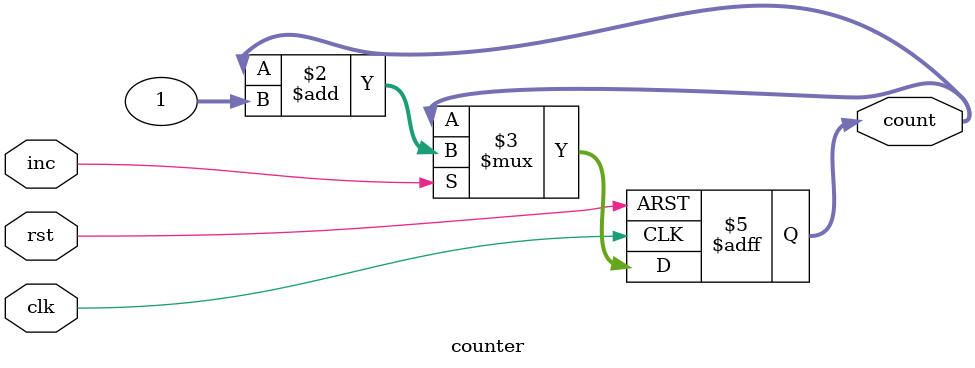
<source format=v>
`timescale 1ns/1ps

/*
Maps the /cppSolutions/day1p1.cpp algorithm as hardware blocks
*/

module top(
    /*
    Top module, for modularity and RTL analysis on Vivado
    It instantiates all the other required modules.
    */
	input clk,
	input rst,
	input valid,
	input dir,
	input signed [31:0] n,
	output [31:0] zeroCount,
	output signed [31:0] xOut
);

	reg signed [31:0] xReg;
	wire signed [31:0] xNext;

	always @(posedge clk or posedge rst)begin
		if(rst) xReg<=32'sd50;
		else if(valid) xReg<=xNext;
	end

	assign xOut=xReg;

	wire signed[31:0] signedN;
	assign signedN=dir? n: -n;

	wire signed [31:0] addOut;
	wire signed [31:0] modOut;
	wire signed [31:0] normOut;
	wire zeroHit;

	adder uAdd(.a(xReg), .b(signedN), .sum(addOut));
	modulo uMod(.in(addOut), .out(modOut));
	normalize uNorm(.in(modOut), .out(normOut));
	comparator uCmp(.in(normOut), .zero(zeroHit));

	assign xNext=normOut;

	counter uCnt(
		.clk(clk),
		.rst(rst),
		.inc(valid&zeroHit),
		.count(zeroCount)
	);
endmodule

module adder(
    // Adds two 32-bit numbers
	input signed [31:0] a,
	input signed [31:0] b,
	output signed [31:0] sum
);
	assign sum=a+b;
endmodule

module modulo(
    /* 
    -> calculates the remainder of a number n when divided by 100
    -> yeah ik this can be optimized (by a lot)
    */
    
	input signed [31:0] in,
	output signed [31:0] out
);
	assign out=in%100;
endmodule

module normalize(
    /*
    If the result is negative, it needs to be within the range 0-99
    */
	input signed [31:0] in,
	output signed [31:0] out
);
	assign out=(in<0)? (in+100): in;
endmodule

module comparator(
    // compares with 0, if it's 0, generates a signal for the 
	// final count register
	input signed [31:0] in,
	output zero
);
	assign zero = (in==0);
endmodule

module counter(
	/*
	Keeps the track of the final count
	*/
	input clk,
	input rst,
	input inc,
	output reg [31:0] count
);
	always @(posedge clk or posedge rst)begin
		if(rst) count<=32'd0;
		else if(inc) count<=count+1;
	end
endmodule
</source>
